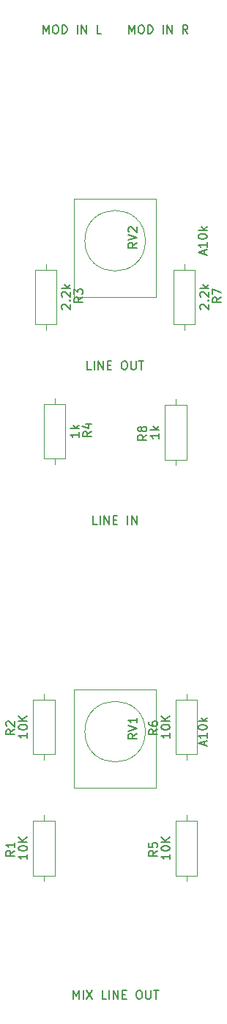
<source format=gbr>
%TF.GenerationSoftware,KiCad,Pcbnew,(5.1.6-0-10_14)*%
%TF.CreationDate,2020-11-24T13:30:39-06:00*%
%TF.ProjectId,nab,6e61622e-6b69-4636-9164-5f7063625858,rev?*%
%TF.SameCoordinates,Original*%
%TF.FileFunction,Other,Fab,Top*%
%FSLAX46Y46*%
G04 Gerber Fmt 4.6, Leading zero omitted, Abs format (unit mm)*
G04 Created by KiCad (PCBNEW (5.1.6-0-10_14)) date 2020-11-24 13:30:39*
%MOMM*%
%LPD*%
G01*
G04 APERTURE LIST*
%ADD10C,0.100000*%
%ADD11C,0.150000*%
G04 APERTURE END LIST*
D10*
%TO.C,RV1*%
X64750000Y-136854597D02*
X64750000Y-125504597D01*
X55250000Y-136854597D02*
X55250000Y-125504597D01*
X64750000Y-125504597D02*
X55250000Y-125504597D01*
X64750000Y-136854597D02*
X55250000Y-136854597D01*
X63500000Y-130354597D02*
G75*
G03*
X63500000Y-130354597I-3500000J0D01*
G01*
%TO.C,RV2*%
X64750000Y-80193899D02*
X64750000Y-68843899D01*
X55250000Y-80193899D02*
X55250000Y-68843899D01*
X64750000Y-68843899D02*
X55250000Y-68843899D01*
X64750000Y-80193899D02*
X55250000Y-80193899D01*
X63500000Y-73693899D02*
G75*
G03*
X63500000Y-73693899I-3500000J0D01*
G01*
%TO.C,R8*%
X68250000Y-92660000D02*
X65750000Y-92660000D01*
X65750000Y-92660000D02*
X65750000Y-98960000D01*
X65750000Y-98960000D02*
X68250000Y-98960000D01*
X68250000Y-98960000D02*
X68250000Y-92660000D01*
X67000000Y-92000000D02*
X67000000Y-92660000D01*
X67000000Y-99620000D02*
X67000000Y-98960000D01*
%TO.C,R7*%
X66750000Y-83340000D02*
X69250000Y-83340000D01*
X69250000Y-83340000D02*
X69250000Y-77040000D01*
X69250000Y-77040000D02*
X66750000Y-77040000D01*
X66750000Y-77040000D02*
X66750000Y-83340000D01*
X68000000Y-84000000D02*
X68000000Y-83340000D01*
X68000000Y-76380000D02*
X68000000Y-77040000D01*
%TO.C,R6*%
X69500000Y-126660000D02*
X67000000Y-126660000D01*
X67000000Y-126660000D02*
X67000000Y-132960000D01*
X67000000Y-132960000D02*
X69500000Y-132960000D01*
X69500000Y-132960000D02*
X69500000Y-126660000D01*
X68250000Y-126000000D02*
X68250000Y-126660000D01*
X68250000Y-133620000D02*
X68250000Y-132960000D01*
%TO.C,R5*%
X69500000Y-140660000D02*
X67000000Y-140660000D01*
X67000000Y-140660000D02*
X67000000Y-146960000D01*
X67000000Y-146960000D02*
X69500000Y-146960000D01*
X69500000Y-146960000D02*
X69500000Y-140660000D01*
X68250000Y-140000000D02*
X68250000Y-140660000D01*
X68250000Y-147620000D02*
X68250000Y-146960000D01*
%TO.C,R4*%
X51750000Y-98840000D02*
X54250000Y-98840000D01*
X54250000Y-98840000D02*
X54250000Y-92540000D01*
X54250000Y-92540000D02*
X51750000Y-92540000D01*
X51750000Y-92540000D02*
X51750000Y-98840000D01*
X53000000Y-99500000D02*
X53000000Y-98840000D01*
X53000000Y-91880000D02*
X53000000Y-92540000D01*
%TO.C,R3*%
X50750000Y-83340000D02*
X53250000Y-83340000D01*
X53250000Y-83340000D02*
X53250000Y-77040000D01*
X53250000Y-77040000D02*
X50750000Y-77040000D01*
X50750000Y-77040000D02*
X50750000Y-83340000D01*
X52000000Y-84000000D02*
X52000000Y-83340000D01*
X52000000Y-76380000D02*
X52000000Y-77040000D01*
%TO.C,R2*%
X53000000Y-126660000D02*
X50500000Y-126660000D01*
X50500000Y-126660000D02*
X50500000Y-132960000D01*
X50500000Y-132960000D02*
X53000000Y-132960000D01*
X53000000Y-132960000D02*
X53000000Y-126660000D01*
X51750000Y-126000000D02*
X51750000Y-126660000D01*
X51750000Y-133620000D02*
X51750000Y-132960000D01*
%TO.C,R1*%
X53000000Y-140660000D02*
X50500000Y-140660000D01*
X50500000Y-140660000D02*
X50500000Y-146960000D01*
X50500000Y-146960000D02*
X53000000Y-146960000D01*
X53000000Y-146960000D02*
X53000000Y-140660000D01*
X51750000Y-140000000D02*
X51750000Y-140660000D01*
X51750000Y-147620000D02*
X51750000Y-146960000D01*
%TD*%
%TO.C,RV1*%
D11*
X70326666Y-131949835D02*
X70326666Y-131473644D01*
X70612380Y-132045073D02*
X69612380Y-131711739D01*
X70612380Y-131378406D01*
X70612380Y-130521263D02*
X70612380Y-131092692D01*
X70612380Y-130806977D02*
X69612380Y-130806977D01*
X69755238Y-130902216D01*
X69850476Y-130997454D01*
X69898095Y-131092692D01*
X69612380Y-129902216D02*
X69612380Y-129806977D01*
X69660000Y-129711739D01*
X69707619Y-129664120D01*
X69802857Y-129616501D01*
X69993333Y-129568882D01*
X70231428Y-129568882D01*
X70421904Y-129616501D01*
X70517142Y-129664120D01*
X70564761Y-129711739D01*
X70612380Y-129806977D01*
X70612380Y-129902216D01*
X70564761Y-129997454D01*
X70517142Y-130045073D01*
X70421904Y-130092692D01*
X70231428Y-130140311D01*
X69993333Y-130140311D01*
X69802857Y-130092692D01*
X69707619Y-130045073D01*
X69660000Y-129997454D01*
X69612380Y-129902216D01*
X70612380Y-129140311D02*
X69612380Y-129140311D01*
X70231428Y-129045073D02*
X70612380Y-128759358D01*
X69945714Y-128759358D02*
X70326666Y-129140311D01*
X62524380Y-130575835D02*
X62048190Y-130909168D01*
X62524380Y-131147263D02*
X61524380Y-131147263D01*
X61524380Y-130766311D01*
X61572000Y-130671073D01*
X61619619Y-130623454D01*
X61714857Y-130575835D01*
X61857714Y-130575835D01*
X61952952Y-130623454D01*
X62000571Y-130671073D01*
X62048190Y-130766311D01*
X62048190Y-131147263D01*
X61524380Y-130290120D02*
X62524380Y-129956787D01*
X61524380Y-129623454D01*
X62524380Y-128766311D02*
X62524380Y-129337739D01*
X62524380Y-129052025D02*
X61524380Y-129052025D01*
X61667238Y-129147263D01*
X61762476Y-129242501D01*
X61810095Y-129337739D01*
%TO.C,J3*%
X57255714Y-88559179D02*
X56779523Y-88559179D01*
X56779523Y-87559179D01*
X57589047Y-88559179D02*
X57589047Y-87559179D01*
X58065238Y-88559179D02*
X58065238Y-87559179D01*
X58636666Y-88559179D01*
X58636666Y-87559179D01*
X59112857Y-88035370D02*
X59446190Y-88035370D01*
X59589047Y-88559179D02*
X59112857Y-88559179D01*
X59112857Y-87559179D01*
X59589047Y-87559179D01*
X60970000Y-87559179D02*
X61160476Y-87559179D01*
X61255714Y-87606799D01*
X61350952Y-87702037D01*
X61398571Y-87892513D01*
X61398571Y-88225846D01*
X61350952Y-88416322D01*
X61255714Y-88511560D01*
X61160476Y-88559179D01*
X60970000Y-88559179D01*
X60874761Y-88511560D01*
X60779523Y-88416322D01*
X60731904Y-88225846D01*
X60731904Y-87892513D01*
X60779523Y-87702037D01*
X60874761Y-87606799D01*
X60970000Y-87559179D01*
X61827142Y-87559179D02*
X61827142Y-88368703D01*
X61874761Y-88463941D01*
X61922380Y-88511560D01*
X62017619Y-88559179D01*
X62208095Y-88559179D01*
X62303333Y-88511560D01*
X62350952Y-88463941D01*
X62398571Y-88368703D01*
X62398571Y-87559179D01*
X62731904Y-87559179D02*
X63303333Y-87559179D01*
X63017619Y-88559179D02*
X63017619Y-87559179D01*
%TO.C,J2*%
X57922380Y-106453078D02*
X57446190Y-106453078D01*
X57446190Y-105453078D01*
X58255714Y-106453078D02*
X58255714Y-105453078D01*
X58731904Y-106453078D02*
X58731904Y-105453078D01*
X59303333Y-106453078D01*
X59303333Y-105453078D01*
X59779523Y-105929269D02*
X60112857Y-105929269D01*
X60255714Y-106453078D02*
X59779523Y-106453078D01*
X59779523Y-105453078D01*
X60255714Y-105453078D01*
X61446190Y-106453078D02*
X61446190Y-105453078D01*
X61922380Y-106453078D02*
X61922380Y-105453078D01*
X62493809Y-106453078D01*
X62493809Y-105453078D01*
%TO.C,J1*%
X55172857Y-161210880D02*
X55172857Y-160210880D01*
X55506190Y-160925166D01*
X55839523Y-160210880D01*
X55839523Y-161210880D01*
X56315714Y-161210880D02*
X56315714Y-160210880D01*
X56696666Y-160210880D02*
X57363333Y-161210880D01*
X57363333Y-160210880D02*
X56696666Y-161210880D01*
X58982380Y-161210880D02*
X58506190Y-161210880D01*
X58506190Y-160210880D01*
X59315714Y-161210880D02*
X59315714Y-160210880D01*
X59791904Y-161210880D02*
X59791904Y-160210880D01*
X60363333Y-161210880D01*
X60363333Y-160210880D01*
X60839523Y-160687071D02*
X61172857Y-160687071D01*
X61315714Y-161210880D02*
X60839523Y-161210880D01*
X60839523Y-160210880D01*
X61315714Y-160210880D01*
X62696666Y-160210880D02*
X62887142Y-160210880D01*
X62982380Y-160258500D01*
X63077619Y-160353738D01*
X63125238Y-160544214D01*
X63125238Y-160877547D01*
X63077619Y-161068023D01*
X62982380Y-161163261D01*
X62887142Y-161210880D01*
X62696666Y-161210880D01*
X62601428Y-161163261D01*
X62506190Y-161068023D01*
X62458571Y-160877547D01*
X62458571Y-160544214D01*
X62506190Y-160353738D01*
X62601428Y-160258500D01*
X62696666Y-160210880D01*
X63553809Y-160210880D02*
X63553809Y-161020404D01*
X63601428Y-161115642D01*
X63649047Y-161163261D01*
X63744285Y-161210880D01*
X63934761Y-161210880D01*
X64030000Y-161163261D01*
X64077619Y-161115642D01*
X64125238Y-161020404D01*
X64125238Y-160210880D01*
X64458571Y-160210880D02*
X65030000Y-160210880D01*
X64744285Y-161210880D02*
X64744285Y-160210880D01*
%TO.C,RV2*%
X70326666Y-75289137D02*
X70326666Y-74812946D01*
X70612380Y-75384375D02*
X69612380Y-75051041D01*
X70612380Y-74717708D01*
X70612380Y-73860565D02*
X70612380Y-74431994D01*
X70612380Y-74146279D02*
X69612380Y-74146279D01*
X69755238Y-74241518D01*
X69850476Y-74336756D01*
X69898095Y-74431994D01*
X69612380Y-73241518D02*
X69612380Y-73146279D01*
X69660000Y-73051041D01*
X69707619Y-73003422D01*
X69802857Y-72955803D01*
X69993333Y-72908184D01*
X70231428Y-72908184D01*
X70421904Y-72955803D01*
X70517142Y-73003422D01*
X70564761Y-73051041D01*
X70612380Y-73146279D01*
X70612380Y-73241518D01*
X70564761Y-73336756D01*
X70517142Y-73384375D01*
X70421904Y-73431994D01*
X70231428Y-73479613D01*
X69993333Y-73479613D01*
X69802857Y-73431994D01*
X69707619Y-73384375D01*
X69660000Y-73336756D01*
X69612380Y-73241518D01*
X70612380Y-72479613D02*
X69612380Y-72479613D01*
X70231428Y-72384375D02*
X70612380Y-72098660D01*
X69945714Y-72098660D02*
X70326666Y-72479613D01*
X62524380Y-73915137D02*
X62048190Y-74248470D01*
X62524380Y-74486565D02*
X61524380Y-74486565D01*
X61524380Y-74105613D01*
X61572000Y-74010375D01*
X61619619Y-73962756D01*
X61714857Y-73915137D01*
X61857714Y-73915137D01*
X61952952Y-73962756D01*
X62000571Y-74010375D01*
X62048190Y-74105613D01*
X62048190Y-74486565D01*
X61524380Y-73629422D02*
X62524380Y-73296089D01*
X61524380Y-72962756D01*
X61619619Y-72677041D02*
X61572000Y-72629422D01*
X61524380Y-72534184D01*
X61524380Y-72296089D01*
X61572000Y-72200851D01*
X61619619Y-72153232D01*
X61714857Y-72105613D01*
X61810095Y-72105613D01*
X61952952Y-72153232D01*
X62524380Y-72724660D01*
X62524380Y-72105613D01*
%TO.C,R8*%
X65082380Y-95929047D02*
X65082380Y-96500476D01*
X65082380Y-96214761D02*
X64082380Y-96214761D01*
X64225238Y-96310000D01*
X64320476Y-96405238D01*
X64368095Y-96500476D01*
X65082380Y-95500476D02*
X64082380Y-95500476D01*
X64701428Y-95405238D02*
X65082380Y-95119523D01*
X64415714Y-95119523D02*
X64796666Y-95500476D01*
X63642380Y-96103666D02*
X63166190Y-96437000D01*
X63642380Y-96675095D02*
X62642380Y-96675095D01*
X62642380Y-96294142D01*
X62690000Y-96198904D01*
X62737619Y-96151285D01*
X62832857Y-96103666D01*
X62975714Y-96103666D01*
X63070952Y-96151285D01*
X63118571Y-96198904D01*
X63166190Y-96294142D01*
X63166190Y-96675095D01*
X63070952Y-95532238D02*
X63023333Y-95627476D01*
X62975714Y-95675095D01*
X62880476Y-95722714D01*
X62832857Y-95722714D01*
X62737619Y-95675095D01*
X62690000Y-95627476D01*
X62642380Y-95532238D01*
X62642380Y-95341761D01*
X62690000Y-95246523D01*
X62737619Y-95198904D01*
X62832857Y-95151285D01*
X62880476Y-95151285D01*
X62975714Y-95198904D01*
X63023333Y-95246523D01*
X63070952Y-95341761D01*
X63070952Y-95532238D01*
X63118571Y-95627476D01*
X63166190Y-95675095D01*
X63261428Y-95722714D01*
X63451904Y-95722714D01*
X63547142Y-95675095D01*
X63594761Y-95627476D01*
X63642380Y-95532238D01*
X63642380Y-95341761D01*
X63594761Y-95246523D01*
X63547142Y-95198904D01*
X63451904Y-95151285D01*
X63261428Y-95151285D01*
X63166190Y-95198904D01*
X63118571Y-95246523D01*
X63070952Y-95341761D01*
%TO.C,R7*%
X69917619Y-81594761D02*
X69870000Y-81547142D01*
X69822380Y-81451904D01*
X69822380Y-81213809D01*
X69870000Y-81118571D01*
X69917619Y-81070952D01*
X70012857Y-81023333D01*
X70108095Y-81023333D01*
X70250952Y-81070952D01*
X70822380Y-81642380D01*
X70822380Y-81023333D01*
X70727142Y-80594761D02*
X70774761Y-80547142D01*
X70822380Y-80594761D01*
X70774761Y-80642380D01*
X70727142Y-80594761D01*
X70822380Y-80594761D01*
X69917619Y-80166190D02*
X69870000Y-80118571D01*
X69822380Y-80023333D01*
X69822380Y-79785238D01*
X69870000Y-79690000D01*
X69917619Y-79642380D01*
X70012857Y-79594761D01*
X70108095Y-79594761D01*
X70250952Y-79642380D01*
X70822380Y-80213809D01*
X70822380Y-79594761D01*
X70822380Y-79166190D02*
X69822380Y-79166190D01*
X70441428Y-79070952D02*
X70822380Y-78785238D01*
X70155714Y-78785238D02*
X70536666Y-79166190D01*
X72262380Y-80229666D02*
X71786190Y-80563000D01*
X72262380Y-80801095D02*
X71262380Y-80801095D01*
X71262380Y-80420142D01*
X71310000Y-80324904D01*
X71357619Y-80277285D01*
X71452857Y-80229666D01*
X71595714Y-80229666D01*
X71690952Y-80277285D01*
X71738571Y-80324904D01*
X71786190Y-80420142D01*
X71786190Y-80801095D01*
X71262380Y-79896333D02*
X71262380Y-79229666D01*
X72262380Y-79658238D01*
%TO.C,R6*%
X66332380Y-130500476D02*
X66332380Y-131071904D01*
X66332380Y-130786190D02*
X65332380Y-130786190D01*
X65475238Y-130881428D01*
X65570476Y-130976666D01*
X65618095Y-131071904D01*
X65332380Y-129881428D02*
X65332380Y-129786190D01*
X65380000Y-129690952D01*
X65427619Y-129643333D01*
X65522857Y-129595714D01*
X65713333Y-129548095D01*
X65951428Y-129548095D01*
X66141904Y-129595714D01*
X66237142Y-129643333D01*
X66284761Y-129690952D01*
X66332380Y-129786190D01*
X66332380Y-129881428D01*
X66284761Y-129976666D01*
X66237142Y-130024285D01*
X66141904Y-130071904D01*
X65951428Y-130119523D01*
X65713333Y-130119523D01*
X65522857Y-130071904D01*
X65427619Y-130024285D01*
X65380000Y-129976666D01*
X65332380Y-129881428D01*
X66332380Y-129119523D02*
X65332380Y-129119523D01*
X66332380Y-128548095D02*
X65760952Y-128976666D01*
X65332380Y-128548095D02*
X65903809Y-129119523D01*
X64892380Y-130103666D02*
X64416190Y-130437000D01*
X64892380Y-130675095D02*
X63892380Y-130675095D01*
X63892380Y-130294142D01*
X63940000Y-130198904D01*
X63987619Y-130151285D01*
X64082857Y-130103666D01*
X64225714Y-130103666D01*
X64320952Y-130151285D01*
X64368571Y-130198904D01*
X64416190Y-130294142D01*
X64416190Y-130675095D01*
X63892380Y-129246523D02*
X63892380Y-129437000D01*
X63940000Y-129532238D01*
X63987619Y-129579857D01*
X64130476Y-129675095D01*
X64320952Y-129722714D01*
X64701904Y-129722714D01*
X64797142Y-129675095D01*
X64844761Y-129627476D01*
X64892380Y-129532238D01*
X64892380Y-129341761D01*
X64844761Y-129246523D01*
X64797142Y-129198904D01*
X64701904Y-129151285D01*
X64463809Y-129151285D01*
X64368571Y-129198904D01*
X64320952Y-129246523D01*
X64273333Y-129341761D01*
X64273333Y-129532238D01*
X64320952Y-129627476D01*
X64368571Y-129675095D01*
X64463809Y-129722714D01*
%TO.C,R5*%
X66332380Y-144500476D02*
X66332380Y-145071904D01*
X66332380Y-144786190D02*
X65332380Y-144786190D01*
X65475238Y-144881428D01*
X65570476Y-144976666D01*
X65618095Y-145071904D01*
X65332380Y-143881428D02*
X65332380Y-143786190D01*
X65380000Y-143690952D01*
X65427619Y-143643333D01*
X65522857Y-143595714D01*
X65713333Y-143548095D01*
X65951428Y-143548095D01*
X66141904Y-143595714D01*
X66237142Y-143643333D01*
X66284761Y-143690952D01*
X66332380Y-143786190D01*
X66332380Y-143881428D01*
X66284761Y-143976666D01*
X66237142Y-144024285D01*
X66141904Y-144071904D01*
X65951428Y-144119523D01*
X65713333Y-144119523D01*
X65522857Y-144071904D01*
X65427619Y-144024285D01*
X65380000Y-143976666D01*
X65332380Y-143881428D01*
X66332380Y-143119523D02*
X65332380Y-143119523D01*
X66332380Y-142548095D02*
X65760952Y-142976666D01*
X65332380Y-142548095D02*
X65903809Y-143119523D01*
X64892380Y-144103666D02*
X64416190Y-144437000D01*
X64892380Y-144675095D02*
X63892380Y-144675095D01*
X63892380Y-144294142D01*
X63940000Y-144198904D01*
X63987619Y-144151285D01*
X64082857Y-144103666D01*
X64225714Y-144103666D01*
X64320952Y-144151285D01*
X64368571Y-144198904D01*
X64416190Y-144294142D01*
X64416190Y-144675095D01*
X63892380Y-143198904D02*
X63892380Y-143675095D01*
X64368571Y-143722714D01*
X64320952Y-143675095D01*
X64273333Y-143579857D01*
X64273333Y-143341761D01*
X64320952Y-143246523D01*
X64368571Y-143198904D01*
X64463809Y-143151285D01*
X64701904Y-143151285D01*
X64797142Y-143198904D01*
X64844761Y-143246523D01*
X64892380Y-143341761D01*
X64892380Y-143579857D01*
X64844761Y-143675095D01*
X64797142Y-143722714D01*
%TO.C,R4*%
X55822380Y-95809047D02*
X55822380Y-96380476D01*
X55822380Y-96094761D02*
X54822380Y-96094761D01*
X54965238Y-96190000D01*
X55060476Y-96285238D01*
X55108095Y-96380476D01*
X55822380Y-95380476D02*
X54822380Y-95380476D01*
X55441428Y-95285238D02*
X55822380Y-94999523D01*
X55155714Y-94999523D02*
X55536666Y-95380476D01*
X57262380Y-95729666D02*
X56786190Y-96063000D01*
X57262380Y-96301095D02*
X56262380Y-96301095D01*
X56262380Y-95920142D01*
X56310000Y-95824904D01*
X56357619Y-95777285D01*
X56452857Y-95729666D01*
X56595714Y-95729666D01*
X56690952Y-95777285D01*
X56738571Y-95824904D01*
X56786190Y-95920142D01*
X56786190Y-96301095D01*
X56595714Y-94872523D02*
X57262380Y-94872523D01*
X56214761Y-95110619D02*
X56929047Y-95348714D01*
X56929047Y-94729666D01*
%TO.C,R3*%
X53917619Y-81594761D02*
X53870000Y-81547142D01*
X53822380Y-81451904D01*
X53822380Y-81213809D01*
X53870000Y-81118571D01*
X53917619Y-81070952D01*
X54012857Y-81023333D01*
X54108095Y-81023333D01*
X54250952Y-81070952D01*
X54822380Y-81642380D01*
X54822380Y-81023333D01*
X54727142Y-80594761D02*
X54774761Y-80547142D01*
X54822380Y-80594761D01*
X54774761Y-80642380D01*
X54727142Y-80594761D01*
X54822380Y-80594761D01*
X53917619Y-80166190D02*
X53870000Y-80118571D01*
X53822380Y-80023333D01*
X53822380Y-79785238D01*
X53870000Y-79690000D01*
X53917619Y-79642380D01*
X54012857Y-79594761D01*
X54108095Y-79594761D01*
X54250952Y-79642380D01*
X54822380Y-80213809D01*
X54822380Y-79594761D01*
X54822380Y-79166190D02*
X53822380Y-79166190D01*
X54441428Y-79070952D02*
X54822380Y-78785238D01*
X54155714Y-78785238D02*
X54536666Y-79166190D01*
X56262380Y-80229666D02*
X55786190Y-80563000D01*
X56262380Y-80801095D02*
X55262380Y-80801095D01*
X55262380Y-80420142D01*
X55310000Y-80324904D01*
X55357619Y-80277285D01*
X55452857Y-80229666D01*
X55595714Y-80229666D01*
X55690952Y-80277285D01*
X55738571Y-80324904D01*
X55786190Y-80420142D01*
X55786190Y-80801095D01*
X55262380Y-79896333D02*
X55262380Y-79277285D01*
X55643333Y-79610619D01*
X55643333Y-79467761D01*
X55690952Y-79372523D01*
X55738571Y-79324904D01*
X55833809Y-79277285D01*
X56071904Y-79277285D01*
X56167142Y-79324904D01*
X56214761Y-79372523D01*
X56262380Y-79467761D01*
X56262380Y-79753476D01*
X56214761Y-79848714D01*
X56167142Y-79896333D01*
%TO.C,R2*%
X49832380Y-130500476D02*
X49832380Y-131071904D01*
X49832380Y-130786190D02*
X48832380Y-130786190D01*
X48975238Y-130881428D01*
X49070476Y-130976666D01*
X49118095Y-131071904D01*
X48832380Y-129881428D02*
X48832380Y-129786190D01*
X48880000Y-129690952D01*
X48927619Y-129643333D01*
X49022857Y-129595714D01*
X49213333Y-129548095D01*
X49451428Y-129548095D01*
X49641904Y-129595714D01*
X49737142Y-129643333D01*
X49784761Y-129690952D01*
X49832380Y-129786190D01*
X49832380Y-129881428D01*
X49784761Y-129976666D01*
X49737142Y-130024285D01*
X49641904Y-130071904D01*
X49451428Y-130119523D01*
X49213333Y-130119523D01*
X49022857Y-130071904D01*
X48927619Y-130024285D01*
X48880000Y-129976666D01*
X48832380Y-129881428D01*
X49832380Y-129119523D02*
X48832380Y-129119523D01*
X49832380Y-128548095D02*
X49260952Y-128976666D01*
X48832380Y-128548095D02*
X49403809Y-129119523D01*
X48392380Y-130103666D02*
X47916190Y-130437000D01*
X48392380Y-130675095D02*
X47392380Y-130675095D01*
X47392380Y-130294142D01*
X47440000Y-130198904D01*
X47487619Y-130151285D01*
X47582857Y-130103666D01*
X47725714Y-130103666D01*
X47820952Y-130151285D01*
X47868571Y-130198904D01*
X47916190Y-130294142D01*
X47916190Y-130675095D01*
X47487619Y-129722714D02*
X47440000Y-129675095D01*
X47392380Y-129579857D01*
X47392380Y-129341761D01*
X47440000Y-129246523D01*
X47487619Y-129198904D01*
X47582857Y-129151285D01*
X47678095Y-129151285D01*
X47820952Y-129198904D01*
X48392380Y-129770333D01*
X48392380Y-129151285D01*
%TO.C,R1*%
X49832380Y-144500476D02*
X49832380Y-145071904D01*
X49832380Y-144786190D02*
X48832380Y-144786190D01*
X48975238Y-144881428D01*
X49070476Y-144976666D01*
X49118095Y-145071904D01*
X48832380Y-143881428D02*
X48832380Y-143786190D01*
X48880000Y-143690952D01*
X48927619Y-143643333D01*
X49022857Y-143595714D01*
X49213333Y-143548095D01*
X49451428Y-143548095D01*
X49641904Y-143595714D01*
X49737142Y-143643333D01*
X49784761Y-143690952D01*
X49832380Y-143786190D01*
X49832380Y-143881428D01*
X49784761Y-143976666D01*
X49737142Y-144024285D01*
X49641904Y-144071904D01*
X49451428Y-144119523D01*
X49213333Y-144119523D01*
X49022857Y-144071904D01*
X48927619Y-144024285D01*
X48880000Y-143976666D01*
X48832380Y-143881428D01*
X49832380Y-143119523D02*
X48832380Y-143119523D01*
X49832380Y-142548095D02*
X49260952Y-142976666D01*
X48832380Y-142548095D02*
X49403809Y-143119523D01*
X48392380Y-144103666D02*
X47916190Y-144437000D01*
X48392380Y-144675095D02*
X47392380Y-144675095D01*
X47392380Y-144294142D01*
X47440000Y-144198904D01*
X47487619Y-144151285D01*
X47582857Y-144103666D01*
X47725714Y-144103666D01*
X47820952Y-144151285D01*
X47868571Y-144198904D01*
X47916190Y-144294142D01*
X47916190Y-144675095D01*
X48392380Y-143151285D02*
X48392380Y-143722714D01*
X48392380Y-143437000D02*
X47392380Y-143437000D01*
X47535238Y-143532238D01*
X47630476Y-143627476D01*
X47678095Y-143722714D01*
%TO.C,J5*%
X61589047Y-49792380D02*
X61589047Y-48792380D01*
X61922380Y-49506666D01*
X62255714Y-48792380D01*
X62255714Y-49792380D01*
X62922380Y-48792380D02*
X63112857Y-48792380D01*
X63208095Y-48840000D01*
X63303333Y-48935238D01*
X63350952Y-49125714D01*
X63350952Y-49459047D01*
X63303333Y-49649523D01*
X63208095Y-49744761D01*
X63112857Y-49792380D01*
X62922380Y-49792380D01*
X62827142Y-49744761D01*
X62731904Y-49649523D01*
X62684285Y-49459047D01*
X62684285Y-49125714D01*
X62731904Y-48935238D01*
X62827142Y-48840000D01*
X62922380Y-48792380D01*
X63779523Y-49792380D02*
X63779523Y-48792380D01*
X64017619Y-48792380D01*
X64160476Y-48840000D01*
X64255714Y-48935238D01*
X64303333Y-49030476D01*
X64350952Y-49220952D01*
X64350952Y-49363809D01*
X64303333Y-49554285D01*
X64255714Y-49649523D01*
X64160476Y-49744761D01*
X64017619Y-49792380D01*
X63779523Y-49792380D01*
X65541428Y-49792380D02*
X65541428Y-48792380D01*
X66017619Y-49792380D02*
X66017619Y-48792380D01*
X66589047Y-49792380D01*
X66589047Y-48792380D01*
X68398571Y-49792380D02*
X68065238Y-49316190D01*
X67827142Y-49792380D02*
X67827142Y-48792380D01*
X68208095Y-48792380D01*
X68303333Y-48840000D01*
X68350952Y-48887619D01*
X68398571Y-48982857D01*
X68398571Y-49125714D01*
X68350952Y-49220952D01*
X68303333Y-49268571D01*
X68208095Y-49316190D01*
X67827142Y-49316190D01*
%TO.C,J4*%
X51684285Y-49792380D02*
X51684285Y-48792380D01*
X52017619Y-49506666D01*
X52350952Y-48792380D01*
X52350952Y-49792380D01*
X53017619Y-48792380D02*
X53208095Y-48792380D01*
X53303333Y-48840000D01*
X53398571Y-48935238D01*
X53446190Y-49125714D01*
X53446190Y-49459047D01*
X53398571Y-49649523D01*
X53303333Y-49744761D01*
X53208095Y-49792380D01*
X53017619Y-49792380D01*
X52922380Y-49744761D01*
X52827142Y-49649523D01*
X52779523Y-49459047D01*
X52779523Y-49125714D01*
X52827142Y-48935238D01*
X52922380Y-48840000D01*
X53017619Y-48792380D01*
X53874761Y-49792380D02*
X53874761Y-48792380D01*
X54112857Y-48792380D01*
X54255714Y-48840000D01*
X54350952Y-48935238D01*
X54398571Y-49030476D01*
X54446190Y-49220952D01*
X54446190Y-49363809D01*
X54398571Y-49554285D01*
X54350952Y-49649523D01*
X54255714Y-49744761D01*
X54112857Y-49792380D01*
X53874761Y-49792380D01*
X55636666Y-49792380D02*
X55636666Y-48792380D01*
X56112857Y-49792380D02*
X56112857Y-48792380D01*
X56684285Y-49792380D01*
X56684285Y-48792380D01*
X58398571Y-49792380D02*
X57922380Y-49792380D01*
X57922380Y-48792380D01*
%TD*%
M02*

</source>
